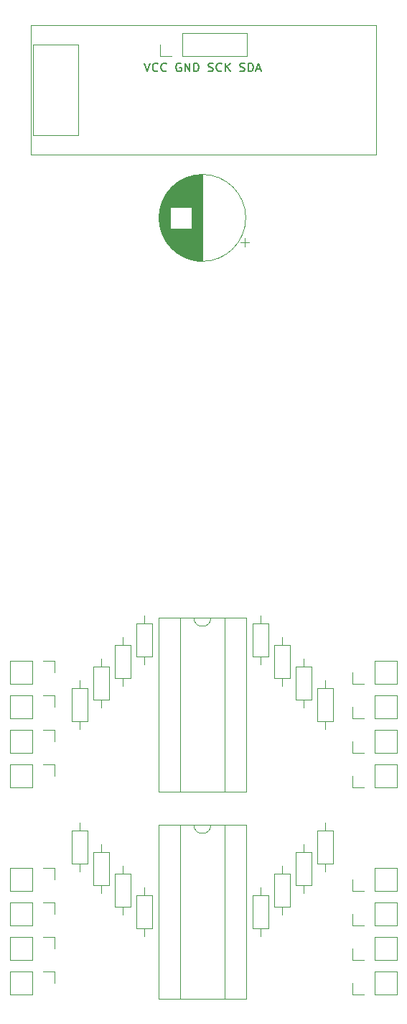
<source format=gbr>
%TF.GenerationSoftware,KiCad,Pcbnew,8.0.3*%
%TF.CreationDate,2024-06-28T16:19:56+02:00*%
%TF.ProjectId,arcade stick,61726361-6465-4207-9374-69636b2e6b69,rev?*%
%TF.SameCoordinates,Original*%
%TF.FileFunction,Legend,Top*%
%TF.FilePolarity,Positive*%
%FSLAX46Y46*%
G04 Gerber Fmt 4.6, Leading zero omitted, Abs format (unit mm)*
G04 Created by KiCad (PCBNEW 8.0.3) date 2024-06-28 16:19:56*
%MOMM*%
%LPD*%
G01*
G04 APERTURE LIST*
%ADD10C,0.200000*%
%ADD11C,0.120000*%
%ADD12C,0.100000*%
G04 APERTURE END LIST*
D10*
X111334625Y-38745219D02*
X111667958Y-39745219D01*
X111667958Y-39745219D02*
X112001291Y-38745219D01*
X112906053Y-39649980D02*
X112858434Y-39697600D01*
X112858434Y-39697600D02*
X112715577Y-39745219D01*
X112715577Y-39745219D02*
X112620339Y-39745219D01*
X112620339Y-39745219D02*
X112477482Y-39697600D01*
X112477482Y-39697600D02*
X112382244Y-39602361D01*
X112382244Y-39602361D02*
X112334625Y-39507123D01*
X112334625Y-39507123D02*
X112287006Y-39316647D01*
X112287006Y-39316647D02*
X112287006Y-39173790D01*
X112287006Y-39173790D02*
X112334625Y-38983314D01*
X112334625Y-38983314D02*
X112382244Y-38888076D01*
X112382244Y-38888076D02*
X112477482Y-38792838D01*
X112477482Y-38792838D02*
X112620339Y-38745219D01*
X112620339Y-38745219D02*
X112715577Y-38745219D01*
X112715577Y-38745219D02*
X112858434Y-38792838D01*
X112858434Y-38792838D02*
X112906053Y-38840457D01*
X113906053Y-39649980D02*
X113858434Y-39697600D01*
X113858434Y-39697600D02*
X113715577Y-39745219D01*
X113715577Y-39745219D02*
X113620339Y-39745219D01*
X113620339Y-39745219D02*
X113477482Y-39697600D01*
X113477482Y-39697600D02*
X113382244Y-39602361D01*
X113382244Y-39602361D02*
X113334625Y-39507123D01*
X113334625Y-39507123D02*
X113287006Y-39316647D01*
X113287006Y-39316647D02*
X113287006Y-39173790D01*
X113287006Y-39173790D02*
X113334625Y-38983314D01*
X113334625Y-38983314D02*
X113382244Y-38888076D01*
X113382244Y-38888076D02*
X113477482Y-38792838D01*
X113477482Y-38792838D02*
X113620339Y-38745219D01*
X113620339Y-38745219D02*
X113715577Y-38745219D01*
X113715577Y-38745219D02*
X113858434Y-38792838D01*
X113858434Y-38792838D02*
X113906053Y-38840457D01*
X115620339Y-38792838D02*
X115525101Y-38745219D01*
X115525101Y-38745219D02*
X115382244Y-38745219D01*
X115382244Y-38745219D02*
X115239387Y-38792838D01*
X115239387Y-38792838D02*
X115144149Y-38888076D01*
X115144149Y-38888076D02*
X115096530Y-38983314D01*
X115096530Y-38983314D02*
X115048911Y-39173790D01*
X115048911Y-39173790D02*
X115048911Y-39316647D01*
X115048911Y-39316647D02*
X115096530Y-39507123D01*
X115096530Y-39507123D02*
X115144149Y-39602361D01*
X115144149Y-39602361D02*
X115239387Y-39697600D01*
X115239387Y-39697600D02*
X115382244Y-39745219D01*
X115382244Y-39745219D02*
X115477482Y-39745219D01*
X115477482Y-39745219D02*
X115620339Y-39697600D01*
X115620339Y-39697600D02*
X115667958Y-39649980D01*
X115667958Y-39649980D02*
X115667958Y-39316647D01*
X115667958Y-39316647D02*
X115477482Y-39316647D01*
X116096530Y-39745219D02*
X116096530Y-38745219D01*
X116096530Y-38745219D02*
X116667958Y-39745219D01*
X116667958Y-39745219D02*
X116667958Y-38745219D01*
X117144149Y-39745219D02*
X117144149Y-38745219D01*
X117144149Y-38745219D02*
X117382244Y-38745219D01*
X117382244Y-38745219D02*
X117525101Y-38792838D01*
X117525101Y-38792838D02*
X117620339Y-38888076D01*
X117620339Y-38888076D02*
X117667958Y-38983314D01*
X117667958Y-38983314D02*
X117715577Y-39173790D01*
X117715577Y-39173790D02*
X117715577Y-39316647D01*
X117715577Y-39316647D02*
X117667958Y-39507123D01*
X117667958Y-39507123D02*
X117620339Y-39602361D01*
X117620339Y-39602361D02*
X117525101Y-39697600D01*
X117525101Y-39697600D02*
X117382244Y-39745219D01*
X117382244Y-39745219D02*
X117144149Y-39745219D01*
X118858435Y-39697600D02*
X119001292Y-39745219D01*
X119001292Y-39745219D02*
X119239387Y-39745219D01*
X119239387Y-39745219D02*
X119334625Y-39697600D01*
X119334625Y-39697600D02*
X119382244Y-39649980D01*
X119382244Y-39649980D02*
X119429863Y-39554742D01*
X119429863Y-39554742D02*
X119429863Y-39459504D01*
X119429863Y-39459504D02*
X119382244Y-39364266D01*
X119382244Y-39364266D02*
X119334625Y-39316647D01*
X119334625Y-39316647D02*
X119239387Y-39269028D01*
X119239387Y-39269028D02*
X119048911Y-39221409D01*
X119048911Y-39221409D02*
X118953673Y-39173790D01*
X118953673Y-39173790D02*
X118906054Y-39126171D01*
X118906054Y-39126171D02*
X118858435Y-39030933D01*
X118858435Y-39030933D02*
X118858435Y-38935695D01*
X118858435Y-38935695D02*
X118906054Y-38840457D01*
X118906054Y-38840457D02*
X118953673Y-38792838D01*
X118953673Y-38792838D02*
X119048911Y-38745219D01*
X119048911Y-38745219D02*
X119287006Y-38745219D01*
X119287006Y-38745219D02*
X119429863Y-38792838D01*
X120429863Y-39649980D02*
X120382244Y-39697600D01*
X120382244Y-39697600D02*
X120239387Y-39745219D01*
X120239387Y-39745219D02*
X120144149Y-39745219D01*
X120144149Y-39745219D02*
X120001292Y-39697600D01*
X120001292Y-39697600D02*
X119906054Y-39602361D01*
X119906054Y-39602361D02*
X119858435Y-39507123D01*
X119858435Y-39507123D02*
X119810816Y-39316647D01*
X119810816Y-39316647D02*
X119810816Y-39173790D01*
X119810816Y-39173790D02*
X119858435Y-38983314D01*
X119858435Y-38983314D02*
X119906054Y-38888076D01*
X119906054Y-38888076D02*
X120001292Y-38792838D01*
X120001292Y-38792838D02*
X120144149Y-38745219D01*
X120144149Y-38745219D02*
X120239387Y-38745219D01*
X120239387Y-38745219D02*
X120382244Y-38792838D01*
X120382244Y-38792838D02*
X120429863Y-38840457D01*
X120858435Y-39745219D02*
X120858435Y-38745219D01*
X121429863Y-39745219D02*
X121001292Y-39173790D01*
X121429863Y-38745219D02*
X120858435Y-39316647D01*
X122572721Y-39697600D02*
X122715578Y-39745219D01*
X122715578Y-39745219D02*
X122953673Y-39745219D01*
X122953673Y-39745219D02*
X123048911Y-39697600D01*
X123048911Y-39697600D02*
X123096530Y-39649980D01*
X123096530Y-39649980D02*
X123144149Y-39554742D01*
X123144149Y-39554742D02*
X123144149Y-39459504D01*
X123144149Y-39459504D02*
X123096530Y-39364266D01*
X123096530Y-39364266D02*
X123048911Y-39316647D01*
X123048911Y-39316647D02*
X122953673Y-39269028D01*
X122953673Y-39269028D02*
X122763197Y-39221409D01*
X122763197Y-39221409D02*
X122667959Y-39173790D01*
X122667959Y-39173790D02*
X122620340Y-39126171D01*
X122620340Y-39126171D02*
X122572721Y-39030933D01*
X122572721Y-39030933D02*
X122572721Y-38935695D01*
X122572721Y-38935695D02*
X122620340Y-38840457D01*
X122620340Y-38840457D02*
X122667959Y-38792838D01*
X122667959Y-38792838D02*
X122763197Y-38745219D01*
X122763197Y-38745219D02*
X123001292Y-38745219D01*
X123001292Y-38745219D02*
X123144149Y-38792838D01*
X123572721Y-39745219D02*
X123572721Y-38745219D01*
X123572721Y-38745219D02*
X123810816Y-38745219D01*
X123810816Y-38745219D02*
X123953673Y-38792838D01*
X123953673Y-38792838D02*
X124048911Y-38888076D01*
X124048911Y-38888076D02*
X124096530Y-38983314D01*
X124096530Y-38983314D02*
X124144149Y-39173790D01*
X124144149Y-39173790D02*
X124144149Y-39316647D01*
X124144149Y-39316647D02*
X124096530Y-39507123D01*
X124096530Y-39507123D02*
X124048911Y-39602361D01*
X124048911Y-39602361D02*
X123953673Y-39697600D01*
X123953673Y-39697600D02*
X123810816Y-39745219D01*
X123810816Y-39745219D02*
X123572721Y-39745219D01*
X124525102Y-39459504D02*
X125001292Y-39459504D01*
X124429864Y-39745219D02*
X124763197Y-38745219D01*
X124763197Y-38745219D02*
X125096530Y-39745219D01*
D11*
%TO.C,NRF1*%
X98138000Y-36546000D02*
X98138000Y-36546000D01*
X98138000Y-36546000D02*
X103472000Y-36546000D01*
X98138000Y-47214000D02*
X98138000Y-36546000D01*
X98138000Y-47214000D02*
X98138000Y-47214000D01*
X103472000Y-36546000D02*
X103472000Y-47214000D01*
X103472000Y-47214000D02*
X98138000Y-47214000D01*
D12*
X97884000Y-34260000D02*
X138684000Y-34260000D01*
X138684000Y-49560000D01*
X97884000Y-49560000D01*
X97884000Y-34260000D01*
D11*
%TO.C,R5*%
X107841500Y-107300000D02*
X107841500Y-111140000D01*
X107841500Y-111140000D02*
X109681500Y-111140000D01*
X108761500Y-106350000D02*
X108761500Y-107300000D01*
X108761500Y-112090000D02*
X108761500Y-111140000D01*
X109681500Y-107300000D02*
X107841500Y-107300000D01*
X109681500Y-111140000D02*
X109681500Y-107300000D01*
%TO.C,R6*%
X105301500Y-109840000D02*
X105301500Y-113680000D01*
X105301500Y-113680000D02*
X107141500Y-113680000D01*
X106221500Y-108890000D02*
X106221500Y-109840000D01*
X106221500Y-114630000D02*
X106221500Y-113680000D01*
X107141500Y-109840000D02*
X105301500Y-109840000D01*
X107141500Y-113680000D02*
X107141500Y-109840000D01*
%TO.C,SW14*%
X95493500Y-137608000D02*
X95493500Y-140268000D01*
X98093500Y-137608000D02*
X95493500Y-137608000D01*
X98093500Y-137608000D02*
X98093500Y-140268000D01*
X98093500Y-140268000D02*
X95493500Y-140268000D01*
X99363500Y-137608000D02*
X100693500Y-137608000D01*
X100693500Y-137608000D02*
X100693500Y-138938000D01*
%TO.C,SW8*%
X95493500Y-121352000D02*
X95493500Y-124012000D01*
X98093500Y-121352000D02*
X95493500Y-121352000D01*
X98093500Y-121352000D02*
X98093500Y-124012000D01*
X98093500Y-124012000D02*
X95493500Y-124012000D01*
X99363500Y-121352000D02*
X100693500Y-121352000D01*
X100693500Y-121352000D02*
X100693500Y-122682000D01*
%TO.C,SW15*%
X95493500Y-141672000D02*
X95493500Y-144332000D01*
X98093500Y-141672000D02*
X95493500Y-141672000D01*
X98093500Y-141672000D02*
X98093500Y-144332000D01*
X98093500Y-144332000D02*
X95493500Y-144332000D01*
X99363500Y-141672000D02*
X100693500Y-141672000D01*
X100693500Y-141672000D02*
X100693500Y-143002000D01*
%TO.C,R2*%
X126637500Y-107300000D02*
X126637500Y-111140000D01*
X126637500Y-111140000D02*
X128477500Y-111140000D01*
X127557500Y-106350000D02*
X127557500Y-107300000D01*
X127557500Y-112090000D02*
X127557500Y-111140000D01*
X128477500Y-107300000D02*
X126637500Y-107300000D01*
X128477500Y-111140000D02*
X128477500Y-107300000D01*
%TO.C,R15*%
X107841500Y-134224000D02*
X107841500Y-138064000D01*
X107841500Y-138064000D02*
X109681500Y-138064000D01*
X108761500Y-133274000D02*
X108761500Y-134224000D01*
X108761500Y-139014000D02*
X108761500Y-138064000D01*
X109681500Y-134224000D02*
X107841500Y-134224000D01*
X109681500Y-138064000D02*
X109681500Y-134224000D01*
%TO.C,SW2*%
X135874500Y-119948000D02*
X135874500Y-118618000D01*
X137204500Y-119948000D02*
X135874500Y-119948000D01*
X138474500Y-117288000D02*
X141074500Y-117288000D01*
X138474500Y-119948000D02*
X138474500Y-117288000D01*
X138474500Y-119948000D02*
X141074500Y-119948000D01*
X141074500Y-119948000D02*
X141074500Y-117288000D01*
%TO.C,R16*%
X110381500Y-136765000D02*
X110381500Y-140605000D01*
X110381500Y-140605000D02*
X112221500Y-140605000D01*
X111301500Y-135815000D02*
X111301500Y-136765000D01*
X111301500Y-141555000D02*
X111301500Y-140605000D01*
X112221500Y-136765000D02*
X110381500Y-136765000D01*
X112221500Y-140605000D02*
X112221500Y-136765000D01*
%TO.C,U1*%
X113017000Y-104020000D02*
X113017000Y-124580000D01*
X113017000Y-124580000D02*
X123297000Y-124580000D01*
X115507000Y-104080000D02*
X115507000Y-124520000D01*
X115507000Y-124520000D02*
X120807000Y-124520000D01*
X117157000Y-104080000D02*
X115507000Y-104080000D01*
X120807000Y-104080000D02*
X119157000Y-104080000D01*
X120807000Y-124520000D02*
X120807000Y-104080000D01*
X123297000Y-104020000D02*
X113017000Y-104020000D01*
X123297000Y-124580000D02*
X123297000Y-104020000D01*
X119157000Y-104080000D02*
G75*
G02*
X117157000Y-104080000I-1000000J0D01*
G01*
%TO.C,R11*%
X129177500Y-131675000D02*
X129177500Y-135515000D01*
X129177500Y-135515000D02*
X131017500Y-135515000D01*
X130097500Y-130725000D02*
X130097500Y-131675000D01*
X130097500Y-136465000D02*
X130097500Y-135515000D01*
X131017500Y-131675000D02*
X129177500Y-131675000D01*
X131017500Y-135515000D02*
X131017500Y-131675000D01*
%TO.C,R1*%
X129177500Y-109840000D02*
X129177500Y-113680000D01*
X129177500Y-113680000D02*
X131017500Y-113680000D01*
X130097500Y-108890000D02*
X130097500Y-109840000D01*
X130097500Y-114630000D02*
X130097500Y-113680000D01*
X131017500Y-109840000D02*
X129177500Y-109840000D01*
X131017500Y-113680000D02*
X131017500Y-109840000D01*
%TO.C,SW9*%
X135874500Y-148396000D02*
X135874500Y-147066000D01*
X137204500Y-148396000D02*
X135874500Y-148396000D01*
X138474500Y-145736000D02*
X141074500Y-145736000D01*
X138474500Y-148396000D02*
X138474500Y-145736000D01*
X138474500Y-148396000D02*
X141074500Y-148396000D01*
X141074500Y-148396000D02*
X141074500Y-145736000D01*
%TO.C,R12*%
X131717500Y-129149000D02*
X131717500Y-132989000D01*
X131717500Y-132989000D02*
X133557500Y-132989000D01*
X132637500Y-128199000D02*
X132637500Y-129149000D01*
X132637500Y-133939000D02*
X132637500Y-132989000D01*
X133557500Y-129149000D02*
X131717500Y-129149000D01*
X133557500Y-132989000D02*
X133557500Y-129149000D01*
%TO.C,R13*%
X102761500Y-129149000D02*
X102761500Y-132989000D01*
X102761500Y-132989000D02*
X104601500Y-132989000D01*
X103681500Y-128199000D02*
X103681500Y-129149000D01*
X103681500Y-133939000D02*
X103681500Y-132989000D01*
X104601500Y-129149000D02*
X102761500Y-129149000D01*
X104601500Y-132989000D02*
X104601500Y-129149000D01*
%TO.C,R14*%
X105301500Y-131675000D02*
X105301500Y-135515000D01*
X105301500Y-135515000D02*
X107141500Y-135515000D01*
X106221500Y-130725000D02*
X106221500Y-131675000D01*
X106221500Y-136465000D02*
X106221500Y-135515000D01*
X107141500Y-131675000D02*
X105301500Y-131675000D01*
X107141500Y-135515000D02*
X107141500Y-131675000D01*
%TO.C,C1*%
X113070677Y-57581000D02*
X113070677Y-56383000D01*
X113110677Y-57844000D02*
X113110677Y-56120000D01*
X113150677Y-58044000D02*
X113150677Y-55920000D01*
X113190677Y-58212000D02*
X113190677Y-55752000D01*
X113230677Y-58360000D02*
X113230677Y-55604000D01*
X113270677Y-58492000D02*
X113270677Y-55472000D01*
X113310677Y-58612000D02*
X113310677Y-55352000D01*
X113350677Y-58724000D02*
X113350677Y-55240000D01*
X113390677Y-58828000D02*
X113390677Y-55136000D01*
X113430677Y-58926000D02*
X113430677Y-55038000D01*
X113470677Y-59019000D02*
X113470677Y-54945000D01*
X113510677Y-59107000D02*
X113510677Y-54857000D01*
X113550677Y-59191000D02*
X113550677Y-54773000D01*
X113590677Y-59271000D02*
X113590677Y-54693000D01*
X113630677Y-59347000D02*
X113630677Y-54617000D01*
X113670677Y-59421000D02*
X113670677Y-54543000D01*
X113710677Y-59492000D02*
X113710677Y-54472000D01*
X113750677Y-59561000D02*
X113750677Y-54403000D01*
X113790677Y-59627000D02*
X113790677Y-54337000D01*
X113830677Y-59691000D02*
X113830677Y-54273000D01*
X113870677Y-59752000D02*
X113870677Y-54212000D01*
X113910677Y-59812000D02*
X113910677Y-54152000D01*
X113950677Y-59871000D02*
X113950677Y-54093000D01*
X113990677Y-59927000D02*
X113990677Y-54037000D01*
X114030677Y-59982000D02*
X114030677Y-53982000D01*
X114070677Y-60036000D02*
X114070677Y-53928000D01*
X114110677Y-60088000D02*
X114110677Y-53876000D01*
X114150677Y-60138000D02*
X114150677Y-53826000D01*
X114190677Y-60188000D02*
X114190677Y-53776000D01*
X114230677Y-60236000D02*
X114230677Y-53728000D01*
X114270677Y-60283000D02*
X114270677Y-53681000D01*
X114310677Y-60329000D02*
X114310677Y-53635000D01*
X114350677Y-60374000D02*
X114350677Y-53590000D01*
X114390677Y-60418000D02*
X114390677Y-53546000D01*
X114430677Y-55741000D02*
X114430677Y-53504000D01*
X114430677Y-60460000D02*
X114430677Y-58223000D01*
X114470677Y-55741000D02*
X114470677Y-53462000D01*
X114470677Y-60502000D02*
X114470677Y-58223000D01*
X114510677Y-55741000D02*
X114510677Y-53421000D01*
X114510677Y-60543000D02*
X114510677Y-58223000D01*
X114550677Y-55741000D02*
X114550677Y-53381000D01*
X114550677Y-60583000D02*
X114550677Y-58223000D01*
X114590677Y-55741000D02*
X114590677Y-53342000D01*
X114590677Y-60622000D02*
X114590677Y-58223000D01*
X114630677Y-55741000D02*
X114630677Y-53303000D01*
X114630677Y-60661000D02*
X114630677Y-58223000D01*
X114670677Y-55741000D02*
X114670677Y-53266000D01*
X114670677Y-60698000D02*
X114670677Y-58223000D01*
X114710677Y-55741000D02*
X114710677Y-53229000D01*
X114710677Y-60735000D02*
X114710677Y-58223000D01*
X114750677Y-55741000D02*
X114750677Y-53193000D01*
X114750677Y-60771000D02*
X114750677Y-58223000D01*
X114790677Y-55741000D02*
X114790677Y-53158000D01*
X114790677Y-60806000D02*
X114790677Y-58223000D01*
X114830677Y-55741000D02*
X114830677Y-53124000D01*
X114830677Y-60840000D02*
X114830677Y-58223000D01*
X114870677Y-55741000D02*
X114870677Y-53090000D01*
X114870677Y-60874000D02*
X114870677Y-58223000D01*
X114910677Y-55741000D02*
X114910677Y-53057000D01*
X114910677Y-60907000D02*
X114910677Y-58223000D01*
X114950677Y-55741000D02*
X114950677Y-53025000D01*
X114950677Y-60939000D02*
X114950677Y-58223000D01*
X114990677Y-55741000D02*
X114990677Y-52993000D01*
X114990677Y-60971000D02*
X114990677Y-58223000D01*
X115030677Y-55741000D02*
X115030677Y-52962000D01*
X115030677Y-61002000D02*
X115030677Y-58223000D01*
X115070677Y-55741000D02*
X115070677Y-52932000D01*
X115070677Y-61032000D02*
X115070677Y-58223000D01*
X115110677Y-55741000D02*
X115110677Y-52902000D01*
X115110677Y-61062000D02*
X115110677Y-58223000D01*
X115150677Y-55741000D02*
X115150677Y-52872000D01*
X115150677Y-61092000D02*
X115150677Y-58223000D01*
X115190677Y-55741000D02*
X115190677Y-52844000D01*
X115190677Y-61120000D02*
X115190677Y-58223000D01*
X115230677Y-55741000D02*
X115230677Y-52816000D01*
X115230677Y-61148000D02*
X115230677Y-58223000D01*
X115270677Y-55741000D02*
X115270677Y-52788000D01*
X115270677Y-61176000D02*
X115270677Y-58223000D01*
X115310677Y-55741000D02*
X115310677Y-52761000D01*
X115310677Y-61203000D02*
X115310677Y-58223000D01*
X115350677Y-55741000D02*
X115350677Y-52735000D01*
X115350677Y-61229000D02*
X115350677Y-58223000D01*
X115390677Y-55741000D02*
X115390677Y-52709000D01*
X115390677Y-61255000D02*
X115390677Y-58223000D01*
X115430677Y-55741000D02*
X115430677Y-52684000D01*
X115430677Y-61280000D02*
X115430677Y-58223000D01*
X115470677Y-55741000D02*
X115470677Y-52659000D01*
X115470677Y-61305000D02*
X115470677Y-58223000D01*
X115510677Y-55741000D02*
X115510677Y-52635000D01*
X115510677Y-61329000D02*
X115510677Y-58223000D01*
X115550677Y-55741000D02*
X115550677Y-52611000D01*
X115550677Y-61353000D02*
X115550677Y-58223000D01*
X115590677Y-55741000D02*
X115590677Y-52587000D01*
X115590677Y-61377000D02*
X115590677Y-58223000D01*
X115630677Y-55741000D02*
X115630677Y-52565000D01*
X115630677Y-61399000D02*
X115630677Y-58223000D01*
X115670677Y-55741000D02*
X115670677Y-52542000D01*
X115670677Y-61422000D02*
X115670677Y-58223000D01*
X115710677Y-55741000D02*
X115710677Y-52520000D01*
X115710677Y-61444000D02*
X115710677Y-58223000D01*
X115750677Y-55741000D02*
X115750677Y-52499000D01*
X115750677Y-61465000D02*
X115750677Y-58223000D01*
X115790677Y-55741000D02*
X115790677Y-52478000D01*
X115790677Y-61486000D02*
X115790677Y-58223000D01*
X115830677Y-55741000D02*
X115830677Y-52457000D01*
X115830677Y-61507000D02*
X115830677Y-58223000D01*
X115870677Y-55741000D02*
X115870677Y-52437000D01*
X115870677Y-61527000D02*
X115870677Y-58223000D01*
X115910677Y-55741000D02*
X115910677Y-52418000D01*
X115910677Y-61546000D02*
X115910677Y-58223000D01*
X115950677Y-55741000D02*
X115950677Y-52398000D01*
X115950677Y-61566000D02*
X115950677Y-58223000D01*
X115990677Y-55741000D02*
X115990677Y-52379000D01*
X115990677Y-61585000D02*
X115990677Y-58223000D01*
X116030677Y-55741000D02*
X116030677Y-52361000D01*
X116030677Y-61603000D02*
X116030677Y-58223000D01*
X116070677Y-55741000D02*
X116070677Y-52343000D01*
X116070677Y-61621000D02*
X116070677Y-58223000D01*
X116110677Y-55741000D02*
X116110677Y-52325000D01*
X116110677Y-61639000D02*
X116110677Y-58223000D01*
X116150677Y-55741000D02*
X116150677Y-52308000D01*
X116150677Y-61656000D02*
X116150677Y-58223000D01*
X116190677Y-55741000D02*
X116190677Y-52292000D01*
X116190677Y-61672000D02*
X116190677Y-58223000D01*
X116230677Y-55741000D02*
X116230677Y-52275000D01*
X116230677Y-61689000D02*
X116230677Y-58223000D01*
X116270677Y-55741000D02*
X116270677Y-52259000D01*
X116270677Y-61705000D02*
X116270677Y-58223000D01*
X116310677Y-55741000D02*
X116310677Y-52244000D01*
X116310677Y-61720000D02*
X116310677Y-58223000D01*
X116350677Y-55741000D02*
X116350677Y-52228000D01*
X116350677Y-61736000D02*
X116350677Y-58223000D01*
X116390677Y-55741000D02*
X116390677Y-52214000D01*
X116390677Y-61750000D02*
X116390677Y-58223000D01*
X116430677Y-55741000D02*
X116430677Y-52199000D01*
X116430677Y-61765000D02*
X116430677Y-58223000D01*
X116470677Y-55741000D02*
X116470677Y-52185000D01*
X116470677Y-61779000D02*
X116470677Y-58223000D01*
X116510677Y-55741000D02*
X116510677Y-52171000D01*
X116510677Y-61793000D02*
X116510677Y-58223000D01*
X116550677Y-55741000D02*
X116550677Y-52158000D01*
X116550677Y-61806000D02*
X116550677Y-58223000D01*
X116590677Y-55741000D02*
X116590677Y-52145000D01*
X116590677Y-61819000D02*
X116590677Y-58223000D01*
X116630677Y-55741000D02*
X116630677Y-52132000D01*
X116630677Y-61832000D02*
X116630677Y-58223000D01*
X116670677Y-55741000D02*
X116670677Y-52120000D01*
X116670677Y-61844000D02*
X116670677Y-58223000D01*
X116710677Y-55741000D02*
X116710677Y-52108000D01*
X116710677Y-61856000D02*
X116710677Y-58223000D01*
X116750677Y-55741000D02*
X116750677Y-52097000D01*
X116750677Y-61867000D02*
X116750677Y-58223000D01*
X116790677Y-55741000D02*
X116790677Y-52085000D01*
X116790677Y-61879000D02*
X116790677Y-58223000D01*
X116830677Y-55741000D02*
X116830677Y-52075000D01*
X116830677Y-61889000D02*
X116830677Y-58223000D01*
X116870677Y-55741000D02*
X116870677Y-52064000D01*
X116870677Y-61900000D02*
X116870677Y-58223000D01*
X116910677Y-61910000D02*
X116910677Y-52054000D01*
X116950677Y-61920000D02*
X116950677Y-52044000D01*
X116990677Y-61929000D02*
X116990677Y-52035000D01*
X117030677Y-61938000D02*
X117030677Y-52026000D01*
X117070677Y-61947000D02*
X117070677Y-52017000D01*
X117110677Y-61956000D02*
X117110677Y-52008000D01*
X117150677Y-61964000D02*
X117150677Y-52000000D01*
X117190677Y-61972000D02*
X117190677Y-51992000D01*
X117230677Y-61979000D02*
X117230677Y-51985000D01*
X117270677Y-61986000D02*
X117270677Y-51978000D01*
X117310677Y-61993000D02*
X117310677Y-51971000D01*
X117350677Y-62000000D02*
X117350677Y-51964000D01*
X117390677Y-62006000D02*
X117390677Y-51958000D01*
X117430677Y-62012000D02*
X117430677Y-51952000D01*
X117471677Y-62017000D02*
X117471677Y-51947000D01*
X117511677Y-62022000D02*
X117511677Y-51942000D01*
X117551677Y-62027000D02*
X117551677Y-51937000D01*
X117591677Y-62032000D02*
X117591677Y-51932000D01*
X117631677Y-62036000D02*
X117631677Y-51928000D01*
X117671677Y-62040000D02*
X117671677Y-51924000D01*
X117711677Y-62044000D02*
X117711677Y-51920000D01*
X117751677Y-62047000D02*
X117751677Y-51917000D01*
X117791677Y-62050000D02*
X117791677Y-51914000D01*
X117831677Y-62052000D02*
X117831677Y-51912000D01*
X117871677Y-62055000D02*
X117871677Y-51909000D01*
X117911677Y-62057000D02*
X117911677Y-51907000D01*
X117951677Y-62059000D02*
X117951677Y-51905000D01*
X117991677Y-62060000D02*
X117991677Y-51904000D01*
X118031677Y-62061000D02*
X118031677Y-51903000D01*
X118071677Y-62062000D02*
X118071677Y-51902000D01*
X118111677Y-62062000D02*
X118111677Y-51902000D01*
X118151677Y-62062000D02*
X118151677Y-51902000D01*
X123131323Y-60357000D02*
X123131323Y-59357000D01*
X123631323Y-59857000D02*
X122631323Y-59857000D01*
X123271677Y-56982000D02*
G75*
G02*
X113031677Y-56982000I-5120000J0D01*
G01*
X113031677Y-56982000D02*
G75*
G02*
X123271677Y-56982000I5120000J0D01*
G01*
%TO.C,R8*%
X102761500Y-112380000D02*
X102761500Y-116220000D01*
X102761500Y-116220000D02*
X104601500Y-116220000D01*
X103681500Y-111430000D02*
X103681500Y-112380000D01*
X103681500Y-117170000D02*
X103681500Y-116220000D01*
X104601500Y-112380000D02*
X102761500Y-112380000D01*
X104601500Y-116220000D02*
X104601500Y-112380000D01*
%TO.C,R4*%
X110381500Y-104760000D02*
X110381500Y-108600000D01*
X110381500Y-108600000D02*
X112221500Y-108600000D01*
X111301500Y-103810000D02*
X111301500Y-104760000D01*
X111301500Y-109550000D02*
X111301500Y-108600000D01*
X112221500Y-104760000D02*
X110381500Y-104760000D01*
X112221500Y-108600000D02*
X112221500Y-104760000D01*
%TO.C,U2*%
X113017000Y-128404000D02*
X113017000Y-148964000D01*
X113017000Y-148964000D02*
X123297000Y-148964000D01*
X115507000Y-128464000D02*
X115507000Y-148904000D01*
X115507000Y-148904000D02*
X120807000Y-148904000D01*
X117157000Y-128464000D02*
X115507000Y-128464000D01*
X120807000Y-128464000D02*
X119157000Y-128464000D01*
X120807000Y-148904000D02*
X120807000Y-128464000D01*
X123297000Y-128404000D02*
X113017000Y-128404000D01*
X123297000Y-148964000D02*
X123297000Y-128404000D01*
X119157000Y-128464000D02*
G75*
G02*
X117157000Y-128464000I-1000000J0D01*
G01*
%TO.C,SW4*%
X135869500Y-111820000D02*
X135869500Y-110490000D01*
X137199500Y-111820000D02*
X135869500Y-111820000D01*
X138469500Y-109160000D02*
X141069500Y-109160000D01*
X138469500Y-111820000D02*
X138469500Y-109160000D01*
X138469500Y-111820000D02*
X141069500Y-111820000D01*
X141069500Y-111820000D02*
X141069500Y-109160000D01*
%TO.C,R9*%
X124097500Y-136765000D02*
X124097500Y-140605000D01*
X124097500Y-140605000D02*
X125937500Y-140605000D01*
X125017500Y-135815000D02*
X125017500Y-136765000D01*
X125017500Y-141555000D02*
X125017500Y-140605000D01*
X125937500Y-136765000D02*
X124097500Y-136765000D01*
X125937500Y-140605000D02*
X125937500Y-136765000D01*
%TO.C,SW3*%
X135874500Y-115884000D02*
X135874500Y-114554000D01*
X137204500Y-115884000D02*
X135874500Y-115884000D01*
X138474500Y-113224000D02*
X141074500Y-113224000D01*
X138474500Y-115884000D02*
X138474500Y-113224000D01*
X138474500Y-115884000D02*
X141074500Y-115884000D01*
X141074500Y-115884000D02*
X141074500Y-113224000D01*
%TO.C,R7*%
X131717500Y-112380000D02*
X131717500Y-116220000D01*
X131717500Y-116220000D02*
X133557500Y-116220000D01*
X132637500Y-111430000D02*
X132637500Y-112380000D01*
X132637500Y-117170000D02*
X132637500Y-116220000D01*
X133557500Y-112380000D02*
X131717500Y-112380000D01*
X133557500Y-116220000D02*
X133557500Y-112380000D01*
%TO.C,SW10*%
X135874500Y-144332000D02*
X135874500Y-143002000D01*
X137204500Y-144332000D02*
X135874500Y-144332000D01*
X138474500Y-141672000D02*
X141074500Y-141672000D01*
X138474500Y-144332000D02*
X138474500Y-141672000D01*
X138474500Y-144332000D02*
X141074500Y-144332000D01*
X141074500Y-144332000D02*
X141074500Y-141672000D01*
%TO.C,SW11*%
X135874500Y-140268000D02*
X135874500Y-138938000D01*
X137204500Y-140268000D02*
X135874500Y-140268000D01*
X138474500Y-137608000D02*
X141074500Y-137608000D01*
X138474500Y-140268000D02*
X138474500Y-137608000D01*
X138474500Y-140268000D02*
X141074500Y-140268000D01*
X141074500Y-140268000D02*
X141074500Y-137608000D01*
%TO.C,SW12*%
X135874500Y-136204000D02*
X135874500Y-134874000D01*
X137204500Y-136204000D02*
X135874500Y-136204000D01*
X138474500Y-133544000D02*
X141074500Y-133544000D01*
X138474500Y-136204000D02*
X138474500Y-133544000D01*
X138474500Y-136204000D02*
X141074500Y-136204000D01*
X141074500Y-136204000D02*
X141074500Y-133544000D01*
%TO.C,R3*%
X124097500Y-104760000D02*
X124097500Y-108600000D01*
X124097500Y-108600000D02*
X125937500Y-108600000D01*
X125017500Y-103810000D02*
X125017500Y-104760000D01*
X125017500Y-109550000D02*
X125017500Y-108600000D01*
X125937500Y-104760000D02*
X124097500Y-104760000D01*
X125937500Y-108600000D02*
X125937500Y-104760000D01*
%TO.C,Oled_screen1*%
X113154000Y-37906000D02*
X113154000Y-36576000D01*
X114484000Y-37906000D02*
X113154000Y-37906000D01*
X115754000Y-35246000D02*
X123434000Y-35246000D01*
X115754000Y-37906000D02*
X115754000Y-35246000D01*
X115754000Y-37906000D02*
X123434000Y-37906000D01*
X123434000Y-37906000D02*
X123434000Y-35246000D01*
%TO.C,SW6*%
X95493500Y-113224000D02*
X95493500Y-115884000D01*
X98093500Y-113224000D02*
X95493500Y-113224000D01*
X98093500Y-113224000D02*
X98093500Y-115884000D01*
X98093500Y-115884000D02*
X95493500Y-115884000D01*
X99363500Y-113224000D02*
X100693500Y-113224000D01*
X100693500Y-113224000D02*
X100693500Y-114554000D01*
%TO.C,R10*%
X126637500Y-134224000D02*
X126637500Y-138064000D01*
X126637500Y-138064000D02*
X128477500Y-138064000D01*
X127557500Y-133274000D02*
X127557500Y-134224000D01*
X127557500Y-139014000D02*
X127557500Y-138064000D01*
X128477500Y-134224000D02*
X126637500Y-134224000D01*
X128477500Y-138064000D02*
X128477500Y-134224000D01*
%TO.C,SW13*%
X95493500Y-133544000D02*
X95493500Y-136204000D01*
X98093500Y-133544000D02*
X95493500Y-133544000D01*
X98093500Y-133544000D02*
X98093500Y-136204000D01*
X98093500Y-136204000D02*
X95493500Y-136204000D01*
X99363500Y-133544000D02*
X100693500Y-133544000D01*
X100693500Y-133544000D02*
X100693500Y-134874000D01*
%TO.C,SW1*%
X135874500Y-124012000D02*
X135874500Y-122682000D01*
X137204500Y-124012000D02*
X135874500Y-124012000D01*
X138474500Y-121352000D02*
X141074500Y-121352000D01*
X138474500Y-124012000D02*
X138474500Y-121352000D01*
X138474500Y-124012000D02*
X141074500Y-124012000D01*
X141074500Y-124012000D02*
X141074500Y-121352000D01*
%TO.C,SW16*%
X95493500Y-145736000D02*
X95493500Y-148396000D01*
X98093500Y-145736000D02*
X95493500Y-145736000D01*
X98093500Y-145736000D02*
X98093500Y-148396000D01*
X98093500Y-148396000D02*
X95493500Y-148396000D01*
X99363500Y-145736000D02*
X100693500Y-145736000D01*
X100693500Y-145736000D02*
X100693500Y-147066000D01*
%TO.C,SW7*%
X95493500Y-117288000D02*
X95493500Y-119948000D01*
X98093500Y-117288000D02*
X95493500Y-117288000D01*
X98093500Y-117288000D02*
X98093500Y-119948000D01*
X98093500Y-119948000D02*
X95493500Y-119948000D01*
X99363500Y-117288000D02*
X100693500Y-117288000D01*
X100693500Y-117288000D02*
X100693500Y-118618000D01*
%TO.C,SW5*%
X95488500Y-109160000D02*
X95488500Y-111820000D01*
X98088500Y-109160000D02*
X95488500Y-109160000D01*
X98088500Y-109160000D02*
X98088500Y-111820000D01*
X98088500Y-111820000D02*
X95488500Y-111820000D01*
X99358500Y-109160000D02*
X100688500Y-109160000D01*
X100688500Y-109160000D02*
X100688500Y-110490000D01*
%TD*%
M02*

</source>
